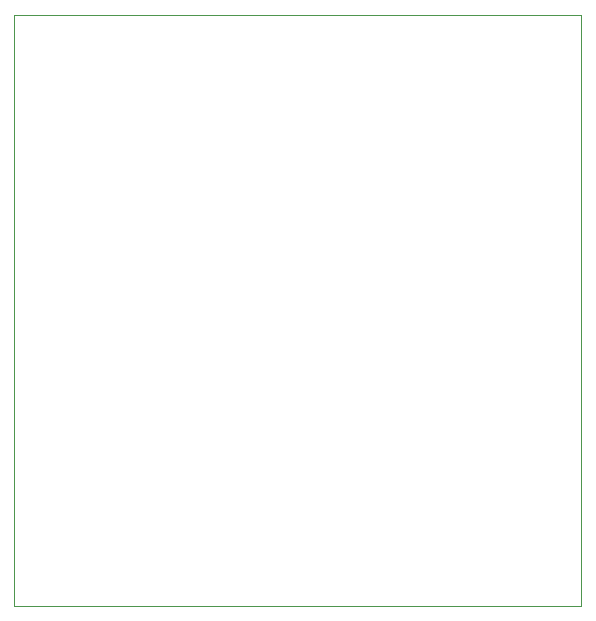
<source format=gbr>
%TF.GenerationSoftware,KiCad,Pcbnew,(5.1.12)-1*%
%TF.CreationDate,2023-06-15T15:48:18+02:00*%
%TF.ProjectId,cs3,6373332e-6b69-4636-9164-5f7063625858,rev?*%
%TF.SameCoordinates,Original*%
%TF.FileFunction,Profile,NP*%
%FSLAX46Y46*%
G04 Gerber Fmt 4.6, Leading zero omitted, Abs format (unit mm)*
G04 Created by KiCad (PCBNEW (5.1.12)-1) date 2023-06-15 15:48:18*
%MOMM*%
%LPD*%
G01*
G04 APERTURE LIST*
%TA.AperFunction,Profile*%
%ADD10C,0.050000*%
%TD*%
G04 APERTURE END LIST*
D10*
X114000000Y-124000000D02*
X114000000Y-74000000D01*
X162000000Y-124000000D02*
X114000000Y-124000000D01*
X162000000Y-74000000D02*
X162000000Y-124000000D01*
X114000000Y-74000000D02*
X162000000Y-74000000D01*
M02*

</source>
